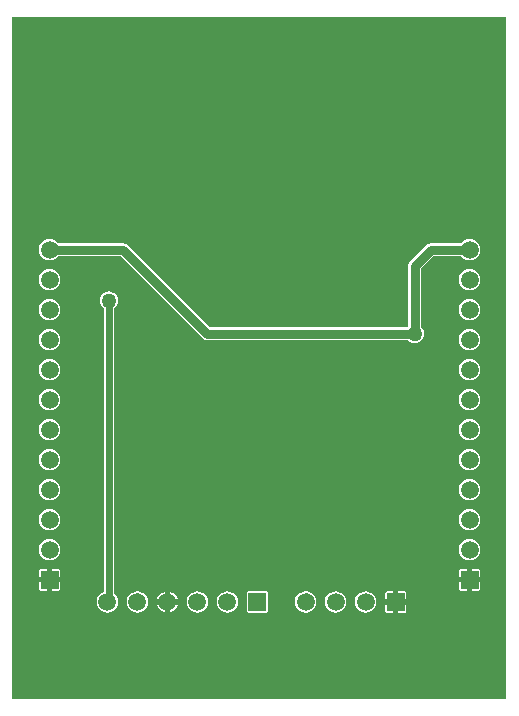
<source format=gbl>
G04 Layer_Physical_Order=2*
G04 Layer_Color=16711680*
%FSTAX24Y24*%
%MOIN*%
G70*
G01*
G75*
%ADD10C,0.0295*%
%ADD18C,0.0218*%
%ADD19C,0.0591*%
%ADD20R,0.0591X0.0591*%
%ADD21R,0.0591X0.0591*%
%ADD22C,0.0197*%
%ADD23C,0.0500*%
G36*
X033609Y019734D02*
X017141D01*
Y042461D01*
X033609D01*
Y019734D01*
D02*
G37*
%LPC*%
G36*
X022399Y023316D02*
Y023059D01*
X022656D01*
X022655Y023063D01*
X02262Y023149D01*
X022563Y023223D01*
X022489Y02328D01*
X022403Y023315D01*
X022399Y023316D01*
D02*
G37*
G36*
X030215Y023329D02*
X030009D01*
Y023059D01*
X030279D01*
Y023265D01*
X03026Y02331D01*
X030215Y023329D01*
D02*
G37*
G36*
X022221Y023316D02*
X022218Y023315D01*
X022131Y02328D01*
X022057Y023223D01*
X022Y023149D01*
X021965Y023063D01*
X021964Y023059D01*
X022221D01*
Y023316D01*
D02*
G37*
G36*
X022656Y022881D02*
X022399D01*
Y022624D01*
X022403Y022625D01*
X022489Y02266D01*
X022563Y022717D01*
X02262Y022791D01*
X022655Y022878D01*
X022656Y022881D01*
D02*
G37*
G36*
X029831Y023329D02*
X029625D01*
X02958Y02331D01*
X029561Y023265D01*
Y023059D01*
X029831D01*
Y023329D01*
D02*
G37*
G36*
X018291Y023617D02*
X018021D01*
Y023411D01*
X01804Y023366D01*
X018085Y023347D01*
X018291D01*
Y023617D01*
D02*
G37*
G36*
Y024065D02*
X018085D01*
X01804Y024047D01*
X018021Y024001D01*
Y023796D01*
X018291D01*
Y024065D01*
D02*
G37*
G36*
X032291D02*
X032085D01*
X03204Y024047D01*
X032021Y024001D01*
Y023796D01*
X032291D01*
Y024065D01*
D02*
G37*
G36*
X032739Y023617D02*
X032469D01*
Y023347D01*
X032675D01*
X03272Y023366D01*
X032739Y023411D01*
Y023617D01*
D02*
G37*
G36*
X018739D02*
X018469D01*
Y023347D01*
X018675D01*
X01872Y023366D01*
X018739Y023411D01*
Y023617D01*
D02*
G37*
G36*
X032291D02*
X032021D01*
Y023411D01*
X03204Y023366D01*
X032085Y023347D01*
X032291D01*
Y023617D01*
D02*
G37*
G36*
X02036Y033322D02*
X020279Y033311D01*
X020204Y03328D01*
X02014Y03323D01*
X02009Y033166D01*
X020059Y033091D01*
X020048Y03301D01*
X020059Y032929D01*
X02009Y032854D01*
X02014Y03279D01*
X020189Y032752D01*
Y023303D01*
X020131Y02328D01*
X020057Y023223D01*
X02Y023149D01*
X019965Y023063D01*
X019953Y02297D01*
X019965Y022878D01*
X02Y022791D01*
X020057Y022717D01*
X020131Y02266D01*
X020217Y022625D01*
X02031Y022613D01*
X020403Y022625D01*
X020489Y02266D01*
X020563Y022717D01*
X02062Y022791D01*
X020655Y022878D01*
X020667Y02297D01*
X020655Y023063D01*
X02062Y023149D01*
X020563Y023223D01*
X020531Y023247D01*
Y032752D01*
X02058Y03279D01*
X02063Y032854D01*
X020661Y032929D01*
X020672Y03301D01*
X020661Y033091D01*
X02063Y033166D01*
X02058Y03323D01*
X020516Y03328D01*
X020441Y033311D01*
X02036Y033322D01*
D02*
G37*
G36*
X02131Y023331D02*
X02125Y02332D01*
X021218Y023315D01*
X021131Y02328D01*
X021057Y023223D01*
X021Y023149D01*
X020965Y023063D01*
X020953Y02297D01*
X020965Y022878D01*
X021Y022791D01*
X021057Y022717D01*
X021131Y02266D01*
X021218Y022625D01*
X02131Y022613D01*
X021402Y022625D01*
X021489Y02266D01*
X021563Y022717D01*
X02162Y022791D01*
X021655Y022878D01*
X021667Y02297D01*
X021655Y023063D01*
X02162Y023149D01*
X021563Y023223D01*
X021489Y02328D01*
X021402Y023315D01*
X02137Y02332D01*
X02131Y023331D01*
D02*
G37*
G36*
X030279Y022881D02*
X030009D01*
Y022611D01*
X030215D01*
X03026Y02263D01*
X030279Y022675D01*
Y022881D01*
D02*
G37*
G36*
X025605Y023329D02*
X025015D01*
X02497Y02331D01*
X024951Y023265D01*
Y022675D01*
X02497Y02263D01*
X025015Y022611D01*
X025605D01*
X02565Y02263D01*
X025669Y022675D01*
Y023265D01*
X02565Y02331D01*
X025605Y023329D01*
D02*
G37*
G36*
X029831Y022881D02*
X029561D01*
Y022675D01*
X02958Y02263D01*
X029625Y022611D01*
X029831D01*
Y022881D01*
D02*
G37*
G36*
X02331Y023327D02*
X023217Y023315D01*
X023131Y02328D01*
X023057Y023223D01*
X023Y023149D01*
X022965Y023063D01*
X022953Y02297D01*
X022965Y022878D01*
X023Y022791D01*
X023057Y022717D01*
X023131Y02266D01*
X023217Y022625D01*
X02331Y022613D01*
X023403Y022625D01*
X023489Y02266D01*
X023563Y022717D01*
X02362Y022791D01*
X023655Y022878D01*
X023667Y02297D01*
X023655Y023063D01*
X02362Y023149D01*
X023563Y023223D01*
X023489Y02328D01*
X023403Y023315D01*
X02331Y023327D01*
D02*
G37*
G36*
X02892D02*
X028828Y023315D01*
X028741Y02328D01*
X028667Y023223D01*
X02861Y023149D01*
X028575Y023063D01*
X028563Y02297D01*
X028575Y022878D01*
X02861Y022791D01*
X028667Y022717D01*
X028741Y02266D01*
X028828Y022625D01*
X02892Y022613D01*
X029012Y022625D01*
X029099Y02266D01*
X029173Y022717D01*
X02923Y022791D01*
X029265Y022878D01*
X029277Y02297D01*
X029265Y023063D01*
X02923Y023149D01*
X029173Y023223D01*
X029099Y02328D01*
X029012Y023315D01*
X02892Y023327D01*
D02*
G37*
G36*
X022221Y022881D02*
X021964D01*
X021965Y022878D01*
X022Y022791D01*
X022057Y022717D01*
X022131Y02266D01*
X022218Y022625D01*
X022221Y022624D01*
Y022881D01*
D02*
G37*
G36*
X02792Y023327D02*
X027827Y023315D01*
X027741Y02328D01*
X027667Y023223D01*
X02761Y023149D01*
X027575Y023063D01*
X027563Y02297D01*
X027575Y022878D01*
X02761Y022791D01*
X027667Y022717D01*
X027741Y02266D01*
X027827Y022625D01*
X02792Y022613D01*
X028012Y022625D01*
X028099Y02266D01*
X028173Y022717D01*
X02823Y022791D01*
X028265Y022878D01*
X028277Y02297D01*
X028265Y023063D01*
X02823Y023149D01*
X028173Y023223D01*
X028099Y02328D01*
X028012Y023315D01*
X02792Y023327D01*
D02*
G37*
G36*
X02431D02*
X024218Y023315D01*
X024131Y02328D01*
X024057Y023223D01*
X024Y023149D01*
X023965Y023063D01*
X023953Y02297D01*
X023965Y022878D01*
X024Y022791D01*
X024057Y022717D01*
X024131Y02266D01*
X024218Y022625D01*
X02431Y022613D01*
X024402Y022625D01*
X024489Y02266D01*
X024563Y022717D01*
X02462Y022791D01*
X024655Y022878D01*
X024667Y02297D01*
X024655Y023063D01*
X02462Y023149D01*
X024563Y023223D01*
X024489Y02328D01*
X024402Y023315D01*
X02431Y023327D01*
D02*
G37*
G36*
X02692Y023331D02*
X02686Y02332D01*
X026827Y023315D01*
X026741Y02328D01*
X026667Y023223D01*
X02661Y023149D01*
X026575Y023063D01*
X026563Y02297D01*
X026575Y022878D01*
X02661Y022791D01*
X026667Y022717D01*
X026741Y02266D01*
X026827Y022625D01*
X02692Y022613D01*
X027013Y022625D01*
X027099Y02266D01*
X027173Y022717D01*
X02723Y022791D01*
X027265Y022878D01*
X027277Y02297D01*
X027265Y023063D01*
X02723Y023149D01*
X027173Y023223D01*
X027099Y02328D01*
X027013Y023315D01*
X02698Y02332D01*
X02692Y023331D01*
D02*
G37*
G36*
X03238Y031064D02*
X032287Y031051D01*
X032201Y031016D01*
X032127Y030959D01*
X03207Y030885D01*
X032035Y030799D01*
X032023Y030706D01*
X032035Y030614D01*
X03207Y030527D01*
X032127Y030453D01*
X032201Y030397D01*
X032287Y030361D01*
X03238Y030349D01*
X032473Y030361D01*
X032559Y030397D01*
X032633Y030453D01*
X03269Y030527D01*
X032725Y030614D01*
X032737Y030706D01*
X032725Y030799D01*
X03269Y030885D01*
X032633Y030959D01*
X032559Y031016D01*
X032473Y031051D01*
X03238Y031064D01*
D02*
G37*
G36*
X01838Y032064D02*
X018288Y032051D01*
X018201Y032016D01*
X018127Y031959D01*
X01807Y031885D01*
X018035Y031799D01*
X018023Y031706D01*
X018035Y031614D01*
X01807Y031527D01*
X018127Y031453D01*
X018201Y031397D01*
X018288Y031361D01*
X01838Y031349D01*
X018472Y031361D01*
X018559Y031397D01*
X018633Y031453D01*
X01869Y031527D01*
X018725Y031614D01*
X018737Y031706D01*
X018725Y031799D01*
X01869Y031885D01*
X018633Y031959D01*
X018559Y032016D01*
X018472Y032051D01*
X01838Y032064D01*
D02*
G37*
G36*
Y031064D02*
X018288Y031051D01*
X018201Y031016D01*
X018127Y030959D01*
X01807Y030885D01*
X018035Y030799D01*
X018023Y030706D01*
X018035Y030614D01*
X01807Y030527D01*
X018127Y030453D01*
X018201Y030397D01*
X018288Y030361D01*
X01838Y030349D01*
X018472Y030361D01*
X018559Y030397D01*
X018633Y030453D01*
X01869Y030527D01*
X018725Y030614D01*
X018737Y030706D01*
X018725Y030799D01*
X01869Y030885D01*
X018633Y030959D01*
X018559Y031016D01*
X018472Y031051D01*
X01838Y031064D01*
D02*
G37*
G36*
Y030064D02*
X018288Y030051D01*
X018201Y030016D01*
X018127Y029959D01*
X01807Y029885D01*
X018035Y029799D01*
X018023Y029706D01*
X018035Y029614D01*
X01807Y029527D01*
X018127Y029453D01*
X018201Y029397D01*
X018288Y029361D01*
X01838Y029349D01*
X018472Y029361D01*
X018559Y029397D01*
X018633Y029453D01*
X01869Y029527D01*
X018725Y029614D01*
X018737Y029706D01*
X018725Y029799D01*
X01869Y029885D01*
X018633Y029959D01*
X018559Y030016D01*
X018472Y030051D01*
X01838Y030064D01*
D02*
G37*
G36*
X03238D02*
X032287Y030051D01*
X032201Y030016D01*
X032127Y029959D01*
X03207Y029885D01*
X032035Y029799D01*
X032023Y029706D01*
X032035Y029614D01*
X03207Y029527D01*
X032127Y029453D01*
X032201Y029397D01*
X032287Y029361D01*
X03238Y029349D01*
X032473Y029361D01*
X032559Y029397D01*
X032633Y029453D01*
X03269Y029527D01*
X032725Y029614D01*
X032737Y029706D01*
X032725Y029799D01*
X03269Y029885D01*
X032633Y029959D01*
X032559Y030016D01*
X032473Y030051D01*
X03238Y030064D01*
D02*
G37*
G36*
Y032064D02*
X032287Y032051D01*
X032201Y032016D01*
X032127Y031959D01*
X03207Y031885D01*
X032035Y031799D01*
X032023Y031706D01*
X032035Y031614D01*
X03207Y031527D01*
X032127Y031453D01*
X032201Y031397D01*
X032287Y031361D01*
X03238Y031349D01*
X032473Y031361D01*
X032559Y031397D01*
X032633Y031453D01*
X03269Y031527D01*
X032725Y031614D01*
X032737Y031706D01*
X032725Y031799D01*
X03269Y031885D01*
X032633Y031959D01*
X032559Y032016D01*
X032473Y032051D01*
X03238Y032064D01*
D02*
G37*
G36*
X01838Y034064D02*
X018288Y034051D01*
X018201Y034016D01*
X018127Y033959D01*
X01807Y033885D01*
X018035Y033799D01*
X018023Y033706D01*
X018035Y033614D01*
X01807Y033527D01*
X018127Y033453D01*
X018201Y033397D01*
X018288Y033361D01*
X01838Y033349D01*
X018472Y033361D01*
X018559Y033397D01*
X018633Y033453D01*
X01869Y033527D01*
X018725Y033614D01*
X018737Y033706D01*
X018725Y033799D01*
X01869Y033885D01*
X018633Y033959D01*
X018559Y034016D01*
X018472Y034051D01*
X01838Y034064D01*
D02*
G37*
G36*
X03238D02*
X032287Y034051D01*
X032201Y034016D01*
X032127Y033959D01*
X03207Y033885D01*
X032035Y033799D01*
X032023Y033706D01*
X032035Y033614D01*
X03207Y033527D01*
X032127Y033453D01*
X032201Y033397D01*
X032287Y033361D01*
X03238Y033349D01*
X032473Y033361D01*
X032559Y033397D01*
X032633Y033453D01*
X03269Y033527D01*
X032725Y033614D01*
X032737Y033706D01*
X032725Y033799D01*
X03269Y033885D01*
X032633Y033959D01*
X032559Y034016D01*
X032473Y034051D01*
X03238Y034064D01*
D02*
G37*
G36*
Y033064D02*
X032287Y033051D01*
X032201Y033016D01*
X032127Y032959D01*
X03207Y032885D01*
X032035Y032799D01*
X032023Y032706D01*
X032035Y032614D01*
X03207Y032527D01*
X032127Y032453D01*
X032201Y032397D01*
X032287Y032361D01*
X03238Y032349D01*
X032473Y032361D01*
X032559Y032397D01*
X032633Y032453D01*
X03269Y032527D01*
X032725Y032614D01*
X032737Y032706D01*
X032725Y032799D01*
X03269Y032885D01*
X032633Y032959D01*
X032559Y033016D01*
X032473Y033051D01*
X03238Y033064D01*
D02*
G37*
G36*
Y035064D02*
X032287Y035051D01*
X032201Y035016D01*
X032127Y034959D01*
X032095Y034917D01*
X031086D01*
X031005Y034901D01*
X030937Y034855D01*
X030401Y034319D01*
X030355Y034251D01*
X030339Y03417D01*
Y032138D01*
X03033Y03213D01*
X030322Y032121D01*
X023727D01*
X020993Y034855D01*
X020925Y034901D01*
X020844Y034917D01*
X018665D01*
X018633Y034959D01*
X018559Y035016D01*
X018472Y035051D01*
X01838Y035064D01*
X018288Y035051D01*
X018201Y035016D01*
X018127Y034959D01*
X01807Y034885D01*
X018035Y034799D01*
X018023Y034706D01*
X018035Y034614D01*
X01807Y034527D01*
X018127Y034453D01*
X018201Y034397D01*
X018288Y034361D01*
X01838Y034349D01*
X018472Y034361D01*
X018559Y034397D01*
X018633Y034453D01*
X018665Y034495D01*
X020757D01*
X023491Y031761D01*
X023559Y031715D01*
X02364Y031699D01*
X030322D01*
X03033Y03169D01*
X030394Y03164D01*
X030469Y031609D01*
X03055Y031598D01*
X030631Y031609D01*
X030706Y03164D01*
X03077Y03169D01*
X03082Y031754D01*
X030851Y031829D01*
X030862Y03191D01*
X030851Y031991D01*
X03082Y032066D01*
X03077Y03213D01*
X030761Y032138D01*
Y034083D01*
X031173Y034495D01*
X032095D01*
X032127Y034453D01*
X032201Y034397D01*
X032287Y034361D01*
X03238Y034349D01*
X032473Y034361D01*
X032559Y034397D01*
X032633Y034453D01*
X03269Y034527D01*
X032725Y034614D01*
X032737Y034706D01*
X032725Y034799D01*
X03269Y034885D01*
X032633Y034959D01*
X032559Y035016D01*
X032473Y035051D01*
X03238Y035064D01*
D02*
G37*
G36*
X01838Y033064D02*
X018288Y033051D01*
X018201Y033016D01*
X018127Y032959D01*
X01807Y032885D01*
X018035Y032799D01*
X018023Y032706D01*
X018035Y032614D01*
X01807Y032527D01*
X018127Y032453D01*
X018201Y032397D01*
X018288Y032361D01*
X01838Y032349D01*
X018472Y032361D01*
X018559Y032397D01*
X018633Y032453D01*
X01869Y032527D01*
X018725Y032614D01*
X018737Y032706D01*
X018725Y032799D01*
X01869Y032885D01*
X018633Y032959D01*
X018559Y033016D01*
X018472Y033051D01*
X01838Y033064D01*
D02*
G37*
G36*
X03238Y029064D02*
X032287Y029051D01*
X032201Y029016D01*
X032127Y028959D01*
X03207Y028885D01*
X032035Y028799D01*
X032023Y028706D01*
X032035Y028614D01*
X03207Y028527D01*
X032127Y028453D01*
X032201Y028397D01*
X032287Y028361D01*
X03238Y028349D01*
X032473Y028361D01*
X032559Y028397D01*
X032633Y028453D01*
X03269Y028527D01*
X032725Y028614D01*
X032737Y028706D01*
X032725Y028799D01*
X03269Y028885D01*
X032633Y028959D01*
X032559Y029016D01*
X032473Y029051D01*
X03238Y029064D01*
D02*
G37*
G36*
Y025064D02*
X032287Y025051D01*
X032201Y025016D01*
X032127Y024959D01*
X03207Y024885D01*
X032035Y024799D01*
X032023Y024706D01*
X032035Y024614D01*
X03207Y024527D01*
X032127Y024453D01*
X032201Y024397D01*
X032287Y024361D01*
X03238Y024349D01*
X032473Y024361D01*
X032559Y024397D01*
X032633Y024453D01*
X03269Y024527D01*
X032725Y024614D01*
X032737Y024706D01*
X032725Y024799D01*
X03269Y024885D01*
X032633Y024959D01*
X032559Y025016D01*
X032473Y025051D01*
X03238Y025064D01*
D02*
G37*
G36*
X01838Y026064D02*
X018288Y026051D01*
X018201Y026016D01*
X018127Y025959D01*
X01807Y025885D01*
X018035Y025799D01*
X018023Y025706D01*
X018035Y025614D01*
X01807Y025527D01*
X018127Y025453D01*
X018201Y025397D01*
X018288Y025361D01*
X01838Y025349D01*
X018472Y025361D01*
X018559Y025397D01*
X018633Y025453D01*
X01869Y025527D01*
X018725Y025614D01*
X018737Y025706D01*
X018725Y025799D01*
X01869Y025885D01*
X018633Y025959D01*
X018559Y026016D01*
X018472Y026051D01*
X01838Y026064D01*
D02*
G37*
G36*
Y025064D02*
X018288Y025051D01*
X018201Y025016D01*
X018127Y024959D01*
X01807Y024885D01*
X018035Y024799D01*
X018023Y024706D01*
X018035Y024614D01*
X01807Y024527D01*
X018127Y024453D01*
X018201Y024397D01*
X018288Y024361D01*
X01838Y024349D01*
X018472Y024361D01*
X018559Y024397D01*
X018633Y024453D01*
X01869Y024527D01*
X018725Y024614D01*
X018737Y024706D01*
X018725Y024799D01*
X01869Y024885D01*
X018633Y024959D01*
X018559Y025016D01*
X018472Y025051D01*
X01838Y025064D01*
D02*
G37*
G36*
X018675Y024065D02*
X018469D01*
Y023796D01*
X018739D01*
Y024001D01*
X01872Y024047D01*
X018675Y024065D01*
D02*
G37*
G36*
X032675D02*
X032469D01*
Y023796D01*
X032739D01*
Y024001D01*
X03272Y024047D01*
X032675Y024065D01*
D02*
G37*
G36*
X03238Y026064D02*
X032287Y026051D01*
X032201Y026016D01*
X032127Y025959D01*
X03207Y025885D01*
X032035Y025799D01*
X032023Y025706D01*
X032035Y025614D01*
X03207Y025527D01*
X032127Y025453D01*
X032201Y025397D01*
X032287Y025361D01*
X03238Y025349D01*
X032473Y025361D01*
X032559Y025397D01*
X032633Y025453D01*
X03269Y025527D01*
X032725Y025614D01*
X032737Y025706D01*
X032725Y025799D01*
X03269Y025885D01*
X032633Y025959D01*
X032559Y026016D01*
X032473Y026051D01*
X03238Y026064D01*
D02*
G37*
G36*
Y028064D02*
X032287Y028051D01*
X032201Y028016D01*
X032127Y027959D01*
X03207Y027885D01*
X032035Y027799D01*
X032023Y027706D01*
X032035Y027614D01*
X03207Y027527D01*
X032127Y027453D01*
X032201Y027397D01*
X032287Y027361D01*
X03238Y027349D01*
X032473Y027361D01*
X032559Y027397D01*
X032633Y027453D01*
X03269Y027527D01*
X032725Y027614D01*
X032737Y027706D01*
X032725Y027799D01*
X03269Y027885D01*
X032633Y027959D01*
X032559Y028016D01*
X032473Y028051D01*
X03238Y028064D01*
D02*
G37*
G36*
X01838Y029064D02*
X018288Y029051D01*
X018201Y029016D01*
X018127Y028959D01*
X01807Y028885D01*
X018035Y028799D01*
X018023Y028706D01*
X018035Y028614D01*
X01807Y028527D01*
X018127Y028453D01*
X018201Y028397D01*
X018288Y028361D01*
X01838Y028349D01*
X018472Y028361D01*
X018559Y028397D01*
X018633Y028453D01*
X01869Y028527D01*
X018725Y028614D01*
X018737Y028706D01*
X018725Y028799D01*
X01869Y028885D01*
X018633Y028959D01*
X018559Y029016D01*
X018472Y029051D01*
X01838Y029064D01*
D02*
G37*
G36*
Y028064D02*
X018288Y028051D01*
X018201Y028016D01*
X018127Y027959D01*
X01807Y027885D01*
X018035Y027799D01*
X018023Y027706D01*
X018035Y027614D01*
X01807Y027527D01*
X018127Y027453D01*
X018201Y027397D01*
X018288Y027361D01*
X01838Y027349D01*
X018472Y027361D01*
X018559Y027397D01*
X018633Y027453D01*
X01869Y027527D01*
X018725Y027614D01*
X018737Y027706D01*
X018725Y027799D01*
X01869Y027885D01*
X018633Y027959D01*
X018559Y028016D01*
X018472Y028051D01*
X01838Y028064D01*
D02*
G37*
G36*
Y027064D02*
X018288Y027051D01*
X018201Y027016D01*
X018127Y026959D01*
X01807Y026885D01*
X018035Y026799D01*
X018023Y026706D01*
X018035Y026614D01*
X01807Y026527D01*
X018127Y026453D01*
X018201Y026397D01*
X018288Y026361D01*
X01838Y026349D01*
X018472Y026361D01*
X018559Y026397D01*
X018633Y026453D01*
X01869Y026527D01*
X018725Y026614D01*
X018737Y026706D01*
X018725Y026799D01*
X01869Y026885D01*
X018633Y026959D01*
X018559Y027016D01*
X018472Y027051D01*
X01838Y027064D01*
D02*
G37*
G36*
X03238D02*
X032287Y027051D01*
X032201Y027016D01*
X032127Y026959D01*
X03207Y026885D01*
X032035Y026799D01*
X032023Y026706D01*
X032035Y026614D01*
X03207Y026527D01*
X032127Y026453D01*
X032201Y026397D01*
X032287Y026361D01*
X03238Y026349D01*
X032473Y026361D01*
X032559Y026397D01*
X032633Y026453D01*
X03269Y026527D01*
X032725Y026614D01*
X032737Y026706D01*
X032725Y026799D01*
X03269Y026885D01*
X032633Y026959D01*
X032559Y027016D01*
X032473Y027051D01*
X03238Y027064D01*
D02*
G37*
%LPD*%
D10*
X020844Y034706D02*
X02364Y03191D01*
X01838Y034706D02*
X020844D01*
X031086D02*
X03238D01*
X03055Y03417D02*
X031086Y034706D01*
X03055Y03191D02*
Y03417D01*
X02364Y03191D02*
X03055D01*
D18*
X02692Y02297D02*
Y02316D01*
X02131Y02289D02*
Y02297D01*
Y02316D01*
X02031Y02297D02*
X02036Y02302D01*
Y03301D01*
D19*
X02031Y02297D02*
D03*
X02131D02*
D03*
X02231D02*
D03*
X02331D02*
D03*
X02431D02*
D03*
X03238Y024706D02*
D03*
Y025706D02*
D03*
Y026706D02*
D03*
Y027706D02*
D03*
Y028706D02*
D03*
Y029706D02*
D03*
Y030706D02*
D03*
Y031706D02*
D03*
Y032706D02*
D03*
Y033706D02*
D03*
Y034706D02*
D03*
X01838Y024706D02*
D03*
Y025706D02*
D03*
Y026706D02*
D03*
Y027706D02*
D03*
Y028706D02*
D03*
Y029706D02*
D03*
Y030706D02*
D03*
Y031706D02*
D03*
Y032706D02*
D03*
Y033706D02*
D03*
Y034706D02*
D03*
X02892Y02297D02*
D03*
X02792D02*
D03*
X02692D02*
D03*
D20*
X02531D02*
D03*
X02992D02*
D03*
D21*
X03238Y023706D02*
D03*
X01838D02*
D03*
D22*
X033071Y041732D02*
D03*
Y040945D02*
D03*
Y040157D02*
D03*
Y03937D02*
D03*
Y038583D02*
D03*
Y037795D02*
D03*
Y037008D02*
D03*
Y03622D02*
D03*
Y035433D02*
D03*
Y034646D02*
D03*
Y033858D02*
D03*
X032283Y041732D02*
D03*
Y040945D02*
D03*
Y040157D02*
D03*
Y03937D02*
D03*
Y038583D02*
D03*
Y037795D02*
D03*
Y037008D02*
D03*
Y03622D02*
D03*
Y035433D02*
D03*
X031496Y041732D02*
D03*
Y040945D02*
D03*
Y040157D02*
D03*
Y03937D02*
D03*
Y038583D02*
D03*
Y037795D02*
D03*
Y037008D02*
D03*
Y03622D02*
D03*
Y035433D02*
D03*
X030709Y041732D02*
D03*
Y040945D02*
D03*
Y040157D02*
D03*
Y03937D02*
D03*
Y038583D02*
D03*
Y037795D02*
D03*
Y037008D02*
D03*
Y03622D02*
D03*
Y035433D02*
D03*
X029921Y041732D02*
D03*
Y040945D02*
D03*
Y03937D02*
D03*
Y038583D02*
D03*
Y037795D02*
D03*
Y037008D02*
D03*
Y03622D02*
D03*
Y035433D02*
D03*
Y034646D02*
D03*
Y033858D02*
D03*
X029134Y041732D02*
D03*
Y040945D02*
D03*
Y03937D02*
D03*
Y038583D02*
D03*
Y037795D02*
D03*
Y03622D02*
D03*
Y035433D02*
D03*
X028346Y041732D02*
D03*
Y040945D02*
D03*
Y040157D02*
D03*
Y03937D02*
D03*
Y038583D02*
D03*
Y037795D02*
D03*
Y03622D02*
D03*
Y035433D02*
D03*
Y034646D02*
D03*
Y033858D02*
D03*
X027559Y041732D02*
D03*
Y040945D02*
D03*
Y040157D02*
D03*
Y03937D02*
D03*
Y038583D02*
D03*
Y037795D02*
D03*
Y03622D02*
D03*
Y035433D02*
D03*
Y034646D02*
D03*
Y033858D02*
D03*
X026772Y041732D02*
D03*
Y040945D02*
D03*
Y040157D02*
D03*
Y03937D02*
D03*
Y038583D02*
D03*
Y037795D02*
D03*
Y03622D02*
D03*
Y034646D02*
D03*
Y033858D02*
D03*
X025984Y041732D02*
D03*
Y040945D02*
D03*
Y040157D02*
D03*
Y03937D02*
D03*
Y038583D02*
D03*
Y037795D02*
D03*
Y037008D02*
D03*
Y034646D02*
D03*
Y033858D02*
D03*
X025197Y041732D02*
D03*
Y040945D02*
D03*
Y040157D02*
D03*
Y03937D02*
D03*
Y038583D02*
D03*
Y037795D02*
D03*
Y037008D02*
D03*
Y03622D02*
D03*
Y034646D02*
D03*
Y033858D02*
D03*
X024409Y041732D02*
D03*
Y040945D02*
D03*
Y040157D02*
D03*
Y03937D02*
D03*
Y038583D02*
D03*
Y037795D02*
D03*
Y037008D02*
D03*
Y03622D02*
D03*
Y034646D02*
D03*
Y033858D02*
D03*
X023622Y041732D02*
D03*
Y040945D02*
D03*
Y040157D02*
D03*
Y03937D02*
D03*
Y038583D02*
D03*
Y037795D02*
D03*
Y037008D02*
D03*
Y03622D02*
D03*
Y035433D02*
D03*
Y034646D02*
D03*
Y033858D02*
D03*
X022835Y041732D02*
D03*
Y040945D02*
D03*
Y040157D02*
D03*
Y03937D02*
D03*
Y038583D02*
D03*
Y037795D02*
D03*
Y037008D02*
D03*
Y03622D02*
D03*
Y035433D02*
D03*
Y034646D02*
D03*
X022047Y041732D02*
D03*
Y040945D02*
D03*
Y040157D02*
D03*
Y03937D02*
D03*
Y038583D02*
D03*
Y037795D02*
D03*
Y037008D02*
D03*
Y03622D02*
D03*
Y035433D02*
D03*
X02126Y041732D02*
D03*
Y040945D02*
D03*
Y040157D02*
D03*
Y03937D02*
D03*
Y038583D02*
D03*
Y037795D02*
D03*
Y037008D02*
D03*
Y03622D02*
D03*
X020472Y041732D02*
D03*
Y040945D02*
D03*
Y040157D02*
D03*
Y03937D02*
D03*
Y038583D02*
D03*
Y037795D02*
D03*
Y037008D02*
D03*
Y03622D02*
D03*
Y035433D02*
D03*
Y033858D02*
D03*
X019685Y041732D02*
D03*
Y040945D02*
D03*
Y040157D02*
D03*
Y03937D02*
D03*
Y038583D02*
D03*
Y037795D02*
D03*
Y037008D02*
D03*
Y03622D02*
D03*
Y035433D02*
D03*
Y033858D02*
D03*
X018898Y041732D02*
D03*
Y040945D02*
D03*
Y040157D02*
D03*
Y03937D02*
D03*
Y038583D02*
D03*
Y037795D02*
D03*
Y037008D02*
D03*
Y03622D02*
D03*
Y035433D02*
D03*
X01811Y041732D02*
D03*
Y040945D02*
D03*
Y040157D02*
D03*
Y03937D02*
D03*
Y038583D02*
D03*
Y037795D02*
D03*
Y037008D02*
D03*
Y03622D02*
D03*
Y035433D02*
D03*
X017323Y041732D02*
D03*
Y040945D02*
D03*
Y040157D02*
D03*
Y03937D02*
D03*
Y038583D02*
D03*
Y037795D02*
D03*
Y037008D02*
D03*
Y03622D02*
D03*
Y035433D02*
D03*
Y034646D02*
D03*
Y033858D02*
D03*
D23*
X03055Y03191D02*
D03*
X02036Y03301D02*
D03*
M02*

</source>
